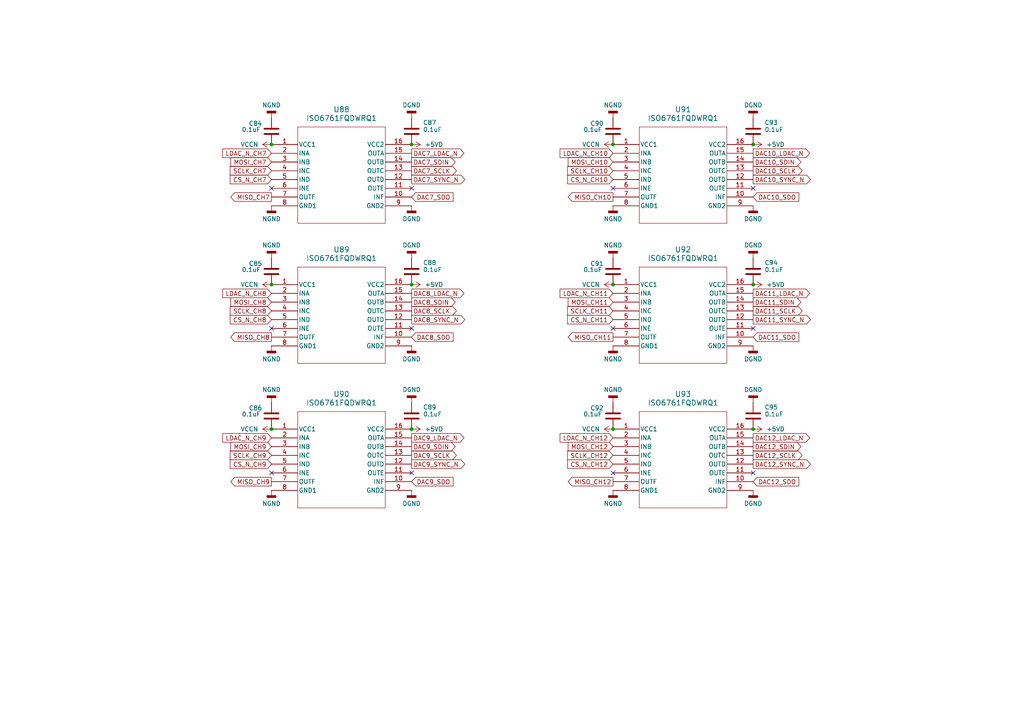
<source format=kicad_sch>
(kicad_sch (version 20250114) (generator "eeschema") (generator_version "9.0")
  (paper "A4")
  (lib_symbols
    (symbol "Device:C" (pin_numbers (hide yes)) (pin_names (offset 0.254))
      (property "Reference" "C" (at 0.635 2.54 0))
      (property "Value" "C" (at 0.635 -2.54 0))
      (symbol "C_0_1"
        (polyline (pts (xy -2.032 0.762) (xy 2.032 0.762)) (stroke (width 0.508)))
        (polyline (pts (xy -2.032 -0.762) (xy 2.032 -0.762)) (stroke (width 0.508)))
      )
      (symbol "C_1_1"
        (pin passive line (at 0 3.81 270) (length 2.794) (name "~") (number "1"))
        (pin passive line (at 0 -3.81 90) (length 2.794) (name "~") (number "2"))
      )
    )
    (symbol "ISO6761FQDWRQ1_2" (pin_names (offset 0.254))
      (property "Reference" "U83" (at 20.32 10.16 0))
      (property "Value" "ISO6761FQDWRQ1" (at 20.32 7.62 0))
      (symbol "ISO6761FQDWRQ1_2_0_1"
        (polyline (pts (xy 7.62 5.08) (xy 7.62 -22.86)) (stroke (width 0.127)))
        (polyline (pts (xy 7.62 -22.86) (xy 33.02 -22.86)) (stroke (width 0.127)))
        (polyline (pts (xy 33.02 5.08) (xy 7.62 5.08)) (stroke (width 0.127)))
        (polyline (pts (xy 33.02 -22.86) (xy 33.02 5.08)) (stroke (width 0.127)))
        (pin power_in line (at 0 0 0) (length 7.62) (name "VCC1") (number "1"))
        (pin input line (at 0 -2.54 0) (length 7.62) (name "INA") (number "2"))
        (pin input line (at 0 -5.08 0) (length 7.62) (name "INB") (number "3"))
        (pin input line (at 0 -7.62 0) (length 7.62) (name "INC") (number "4"))
        (pin input line (at 0 -10.16 0) (length 7.62) (name "IND") (number "5"))
        (pin output line (at 0 -15.24 0) (length 7.62) (name "OUTF") (number "7"))
        (pin passive line (at 0 -17.78 0) (length 7.62) (name "GND1") (number "8"))
        (pin power_in line (at 40.64 0 180) (length 7.62) (name "VCC2") (number "16"))
        (pin output line (at 40.64 -2.54 180) (length 7.62) (name "OUTA") (number "15"))
        (pin output line (at 40.64 -5.08 180) (length 7.62) (name "OUTB") (number "14"))
        (pin output line (at 40.64 -7.62 180) (length 7.62) (name "OUTC") (number "13"))
        (pin output line (at 40.64 -10.16 180) (length 7.62) (name "OUTD") (number "12"))
        (pin input line (at 40.64 -15.24 180) (length 7.62) (name "INF") (number "10"))
        (pin passive line (at 40.64 -17.78 180) (length 7.62) (name "GND2") (number "9"))
      )
      (symbol "ISO6761FQDWRQ1_2_1_1"
        (pin input line (at 0 -12.7 0) (length 7.62) (name "INE") (number "6"))
        (pin output line (at 40.64 -12.7 180) (length 7.62) (name "OUTE") (number "11"))
      )
    )
    (symbol "power:+3V3" (power) (pin_numbers (hide yes)) (pin_names (offset 0) (hide yes))
      (property "Value" "+3V3" (at 0 3.556 0))
      (symbol "+3V3_0_1"
        (polyline (pts (xy -0.762 1.27) (xy 0 2.54)))
        (polyline (pts (xy 0 2.54) (xy 0.762 1.27)))
        (polyline (pts (xy 0 0) (xy 0 2.54)))
      )
      (symbol "+3V3_1_1"
        (pin power_in line (at 0 0 90) (length 0) (name "~") (number "1"))
      )
    )
    (symbol "power:GNDD" (power) (pin_numbers (hide yes)) (pin_names (offset 0) (hide yes))
      (property "Value" "GNDD" (at 0 -3.175 0))
      (symbol "GNDD_0_1"
        (rectangle (start -1.27 -1.524) (end 1.27 -2.032) (stroke (width 0.254)) (fill (type outline)))
        (polyline (pts (xy 0 0) (xy 0 -1.524)))
      )
      (symbol "GNDD_1_1"
        (pin power_in line (at 0 0 270) (length 0) (name "~") (number "1"))
      )
    )
  )
  (junction (at 218.44 41.91))
  (junction (at 119.38 41.91))
  (junction (at 78.74 124.46))
  (junction (at 119.38 124.46))
  (junction (at 177.8 124.46))
  (junction (at 177.8 82.55))
  (junction (at 78.74 41.91))
  (junction (at 119.38 82.55))
  (junction (at 177.8 41.91))
  (junction (at 218.44 82.55))
  (junction (at 78.74 82.55))
  (junction (at 218.44 124.46))
  (no_connect (at 119.38 95.25))
  (no_connect (at 218.44 54.61))
  (no_connect (at 78.74 54.61))
  (no_connect (at 218.44 137.16))
  (no_connect (at 177.8 54.61))
  (no_connect (at 78.74 137.16))
  (no_connect (at 119.38 137.16))
  (no_connect (at 218.44 95.25))
  (no_connect (at 78.74 95.25))
  (no_connect (at 177.8 95.25))
  (no_connect (at 119.38 54.61))
  (no_connect (at 177.8 137.16))
  (global_label "DAC12_SYNC_N" (shape output) (at 218.44 134.62 0) (property "Intersheetrefs" "${INTERSHEET_REFS}" (effects (hide yes))))
  (global_label "LDAC_N_CH11" (shape input) (at 177.8 85.09 180) (property "Intersheetrefs" "${INTERSHEET_REFS}" (effects (hide yes))))
  (global_label "DAC7_SCLK" (shape output) (at 119.38 49.53 0) (property "Intersheetrefs" "${INTERSHEET_REFS}" (effects (hide yes))))
  (global_label "MISO_CH12" (shape output) (at 177.8 139.7 180) (property "Intersheetrefs" "${INTERSHEET_REFS}" (effects (hide yes))))
  (global_label "DAC8_SDIN" (shape output) (at 119.38 87.63 0) (property "Intersheetrefs" "${INTERSHEET_REFS}" (effects (hide yes))))
  (global_label "DAC12_SCLK" (shape output) (at 218.44 132.08 0) (property "Intersheetrefs" "${INTERSHEET_REFS}" (effects (hide yes))))
  (global_label "DAC8_LDAC_N" (shape output) (at 119.38 85.09 0) (property "Intersheetrefs" "${INTERSHEET_REFS}" (effects (hide yes))))
  (global_label "DAC12_SDIN" (shape output) (at 218.44 129.54 0) (property "Intersheetrefs" "${INTERSHEET_REFS}" (effects (hide yes))))
  (global_label "CS_N_CH12" (shape input) (at 177.8 134.62 180) (property "Intersheetrefs" "${INTERSHEET_REFS}" (effects (hide yes))))
  (global_label "DAC9_SDO" (shape input) (at 119.38 139.7 0) (property "Intersheetrefs" "${INTERSHEET_REFS}" (effects (hide yes))))
  (global_label "MOSI_CH9" (shape input) (at 78.74 129.54 180) (property "Intersheetrefs" "${INTERSHEET_REFS}" (effects (hide yes))))
  (global_label "SCLK_CH9" (shape input) (at 78.74 132.08 180) (property "Intersheetrefs" "${INTERSHEET_REFS}" (effects (hide yes))))
  (global_label "DAC11_SCLK" (shape output) (at 218.44 90.17 0) (property "Intersheetrefs" "${INTERSHEET_REFS}" (effects (hide yes))))
  (global_label "MOSI_CH12" (shape input) (at 177.8 129.54 180) (property "Intersheetrefs" "${INTERSHEET_REFS}" (effects (hide yes))))
  (global_label "MOSI_CH11" (shape input) (at 177.8 87.63 180) (property "Intersheetrefs" "${INTERSHEET_REFS}" (effects (hide yes))))
  (global_label "SCLK_CH10" (shape input) (at 177.8 49.53 180) (property "Intersheetrefs" "${INTERSHEET_REFS}" (effects (hide yes))))
  (global_label "DAC10_SCLK" (shape output) (at 218.44 49.53 0) (property "Intersheetrefs" "${INTERSHEET_REFS}" (effects (hide yes))))
  (global_label "MOSI_CH7" (shape input) (at 78.74 46.99 180) (property "Intersheetrefs" "${INTERSHEET_REFS}" (effects (hide yes))))
  (global_label "LDAC_N_CH7" (shape input) (at 78.74 44.45 180) (property "Intersheetrefs" "${INTERSHEET_REFS}" (effects (hide yes))))
  (global_label "SCLK_CH12" (shape input) (at 177.8 132.08 180) (property "Intersheetrefs" "${INTERSHEET_REFS}" (effects (hide yes))))
  (global_label "SCLK_CH8" (shape input) (at 78.74 90.17 180) (property "Intersheetrefs" "${INTERSHEET_REFS}" (effects (hide yes))))
  (global_label "LDAC_N_CH8" (shape input) (at 78.74 85.09 180) (property "Intersheetrefs" "${INTERSHEET_REFS}" (effects (hide yes))))
  (global_label "DAC11_LDAC_N" (shape output) (at 218.44 85.09 0) (property "Intersheetrefs" "${INTERSHEET_REFS}" (effects (hide yes))))
  (global_label "DAC12_LDAC_N" (shape output) (at 218.44 127 0) (property "Intersheetrefs" "${INTERSHEET_REFS}" (effects (hide yes))))
  (global_label "DAC10_SDIN" (shape output) (at 218.44 46.99 0) (property "Intersheetrefs" "${INTERSHEET_REFS}" (effects (hide yes))))
  (global_label "CS_N_CH11" (shape input) (at 177.8 92.71 180) (property "Intersheetrefs" "${INTERSHEET_REFS}" (effects (hide yes))))
  (global_label "CS_N_CH10" (shape input) (at 177.8 52.07 180) (property "Intersheetrefs" "${INTERSHEET_REFS}" (effects (hide yes))))
  (global_label "CS_N_CH8" (shape input) (at 78.74 92.71 180) (property "Intersheetrefs" "${INTERSHEET_REFS}" (effects (hide yes))))
  (global_label "DAC7_SYNC_N" (shape output) (at 119.38 52.07 0) (property "Intersheetrefs" "${INTERSHEET_REFS}" (effects (hide yes))))
  (global_label "MISO_CH9" (shape output) (at 78.74 139.7 180) (property "Intersheetrefs" "${INTERSHEET_REFS}" (effects (hide yes))))
  (global_label "DAC8_SDO" (shape input) (at 119.38 97.79 0) (property "Intersheetrefs" "${INTERSHEET_REFS}" (effects (hide yes))))
  (global_label "DAC9_SCLK" (shape output) (at 119.38 132.08 0) (property "Intersheetrefs" "${INTERSHEET_REFS}" (effects (hide yes))))
  (global_label "DAC7_SDIN" (shape output) (at 119.38 46.99 0) (property "Intersheetrefs" "${INTERSHEET_REFS}" (effects (hide yes))))
  (global_label "DAC8_SCLK" (shape output) (at 119.38 90.17 0) (property "Intersheetrefs" "${INTERSHEET_REFS}" (effects (hide yes))))
  (global_label "SCLK_CH7" (shape input) (at 78.74 49.53 180) (property "Intersheetrefs" "${INTERSHEET_REFS}" (effects (hide yes))))
  (global_label "DAC11_SDIN" (shape output) (at 218.44 87.63 0) (property "Intersheetrefs" "${INTERSHEET_REFS}" (effects (hide yes))))
  (global_label "DAC9_SYNC_N" (shape output) (at 119.38 134.62 0) (property "Intersheetrefs" "${INTERSHEET_REFS}" (effects (hide yes))))
  (global_label "MOSI_CH10" (shape input) (at 177.8 46.99 180) (property "Intersheetrefs" "${INTERSHEET_REFS}" (effects (hide yes))))
  (global_label "MISO_CH11" (shape output) (at 177.8 97.79 180) (property "Intersheetrefs" "${INTERSHEET_REFS}" (effects (hide yes))))
  (global_label "DAC12_SDO" (shape input) (at 218.44 139.7 0) (property "Intersheetrefs" "${INTERSHEET_REFS}" (effects (hide yes))))
  (global_label "MISO_CH7" (shape output) (at 78.74 57.15 180) (property "Intersheetrefs" "${INTERSHEET_REFS}" (effects (hide yes))))
  (global_label "DAC10_SDO" (shape input) (at 218.44 57.15 0) (property "Intersheetrefs" "${INTERSHEET_REFS}" (effects (hide yes))))
  (global_label "DAC7_SDO" (shape input) (at 119.38 57.15 0) (property "Intersheetrefs" "${INTERSHEET_REFS}" (effects (hide yes))))
  (global_label "DAC10_SYNC_N" (shape output) (at 218.44 52.07 0) (property "Intersheetrefs" "${INTERSHEET_REFS}" (effects (hide yes))))
  (global_label "CS_N_CH7" (shape input) (at 78.74 52.07 180) (property "Intersheetrefs" "${INTERSHEET_REFS}" (effects (hide yes))))
  (global_label "MISO_CH10" (shape output) (at 177.8 57.15 180) (property "Intersheetrefs" "${INTERSHEET_REFS}" (effects (hide yes))))
  (global_label "LDAC_N_CH10" (shape input) (at 177.8 44.45 180) (property "Intersheetrefs" "${INTERSHEET_REFS}" (effects (hide yes))))
  (global_label "DAC9_SDIN" (shape output) (at 119.38 129.54 0) (property "Intersheetrefs" "${INTERSHEET_REFS}" (effects (hide yes))))
  (global_label "SCLK_CH11" (shape input) (at 177.8 90.17 180) (property "Intersheetrefs" "${INTERSHEET_REFS}" (effects (hide yes))))
  (global_label "MOSI_CH8" (shape input) (at 78.74 87.63 180) (property "Intersheetrefs" "${INTERSHEET_REFS}" (effects (hide yes))))
  (global_label "LDAC_N_CH9" (shape input) (at 78.74 127 180) (property "Intersheetrefs" "${INTERSHEET_REFS}" (effects (hide yes))))
  (global_label "DAC10_LDAC_N" (shape output) (at 218.44 44.45 0) (property "Intersheetrefs" "${INTERSHEET_REFS}" (effects (hide yes))))
  (global_label "DAC7_LDAC_N" (shape output) (at 119.38 44.45 0) (property "Intersheetrefs" "${INTERSHEET_REFS}" (effects (hide yes))))
  (global_label "DAC11_SYNC_N" (shape output) (at 218.44 92.71 0) (property "Intersheetrefs" "${INTERSHEET_REFS}" (effects (hide yes))))
  (global_label "MISO_CH8" (shape output) (at 78.74 97.79 180) (property "Intersheetrefs" "${INTERSHEET_REFS}" (effects (hide yes))))
  (global_label "DAC9_LDAC_N" (shape output) (at 119.38 127 0) (property "Intersheetrefs" "${INTERSHEET_REFS}" (effects (hide yes))))
  (global_label "DAC8_SYNC_N" (shape output) (at 119.38 92.71 0) (property "Intersheetrefs" "${INTERSHEET_REFS}" (effects (hide yes))))
  (global_label "DAC11_SDO" (shape input) (at 218.44 97.79 0) (property "Intersheetrefs" "${INTERSHEET_REFS}" (effects (hide yes))))
  (global_label "LDAC_N_CH12" (shape input) (at 177.8 127 180) (property "Intersheetrefs" "${INTERSHEET_REFS}" (effects (hide yes))))
  (global_label "CS_N_CH9" (shape input) (at 78.74 134.62 180) (property "Intersheetrefs" "${INTERSHEET_REFS}" (effects (hide yes))))
  (symbol (lib_id "power:GNDD") (at 119.38 59.69 0) (unit 1)
    (property "Reference" "#PWR0345" (effects (hide yes)))
    (property "Value" "DGND" (at 119.38 63.5 0))
    (property "Description" "Power symbol creates a global label with name \"GNDD\" , digital ground" (effects (hide yes)))
  )
  (symbol (lib_name "ISO6761FQDWRQ1_2") (lib_id "2025-11-20_00-47-15:ISO6761FQDWRQ1") (at 78.74 41.91 0) (unit 1)
    (property "Reference" "U88" (at 99.06 31.75 0) (effects (font (size 1.524 1.524))))
    (property "Value" "ISO6761FQDWRQ1" (at 99.06 34.29 0) (effects (font (size 1.524 1.524))))
    (property "Footprint" "Package_SO:SOIC-16W_7.5x10.3mm_P1.27mm" (effects (hide yes)))
    (property "Datasheet" "https://www.ti.com/lit/gpn/iso6761-q1" (effects (hide yes)))
  )
  (symbol (lib_id "power:GNDD") (at 177.8 116.84 0) (mirror x) (unit 1)
    (property "Reference" "#PWR0358" (effects (hide yes)))
    (property "Value" "NGND" (at 177.8 113.03 0))
    (property "Description" "Power symbol creates a global label with name \"GNDD\" , digital ground" (effects (hide yes)))
  )
  (symbol (lib_id "power:+3V3") (at 218.44 124.46 270) (unit 1)
    (property "Reference" "#PWR0368" (effects (hide yes)))
    (property "Value" "+5VD" (at 222.25 124.4601 90) (effects (justify left)))
    (property "Description" "Power symbol creates a global label with name \"+3V3\"" (effects (hide yes)))
  )
  (symbol (lib_id "power:GNDD") (at 119.38 74.93 0) (mirror x) (unit 1)
    (property "Reference" "#PWR0346" (effects (hide yes)))
    (property "Value" "DGND" (at 119.38 71.12 0))
    (property "Description" "Power symbol creates a global label with name \"GNDD\" , digital ground" (effects (hide yes)))
  )
  (symbol (lib_id "power:GNDD") (at 119.38 34.29 0) (mirror x) (unit 1)
    (property "Reference" "#PWR0343" (effects (hide yes)))
    (property "Value" "DGND" (at 119.38 30.48 0))
    (property "Description" "Power symbol creates a global label with name \"GNDD\" , digital ground" (effects (hide yes)))
  )
  (symbol (lib_id "Device:C") (at 78.74 38.1 0) (unit 1)
    (property "Reference" "C84" (at 72.136 35.814 0) (effects (justify left)))
    (property "Value" "0.1uF" (at 70.104 37.592 0) (effects (justify left)))
    (property "Footprint" "Capacitor_SMD:C_0402_1005Metric_Pad0.74x0.62mm_HandSolder" (effects (hide yes)))
    (property "Description" "Unpolarized capacitor" (effects (hide yes)))
  )
  (symbol (lib_id "power:GNDD") (at 78.74 74.93 0) (mirror x) (unit 1)
    (property "Reference" "#PWR0337" (effects (hide yes)))
    (property "Value" "NGND" (at 78.74 71.12 0))
    (property "Description" "Power symbol creates a global label with name \"GNDD\" , digital ground" (effects (hide yes)))
  )
  (symbol (lib_id "Device:C") (at 177.8 120.65 0) (unit 1)
    (property "Reference" "C92" (at 171.196 118.364 0) (effects (justify left)))
    (property "Value" "0.1uF" (at 169.164 120.142 0) (effects (justify left)))
    (property "Footprint" "Capacitor_SMD:C_0402_1005Metric_Pad0.74x0.62mm_HandSolder" (effects (hide yes)))
    (property "Description" "Unpolarized capacitor" (effects (hide yes)))
  )
  (symbol (lib_id "power:+3V3") (at 218.44 41.91 270) (unit 1)
    (property "Reference" "#PWR0362" (effects (hide yes)))
    (property "Value" "+5VD" (at 222.25 41.9101 90) (effects (justify left)))
    (property "Description" "Power symbol creates a global label with name \"+3V3\"" (effects (hide yes)))
  )
  (symbol (lib_id "Device:C") (at 177.8 38.1 0) (unit 1)
    (property "Reference" "C90" (at 171.196 35.814 0) (effects (justify left)))
    (property "Value" "0.1uF" (at 169.164 37.592 0) (effects (justify left)))
    (property "Footprint" "Capacitor_SMD:C_0402_1005Metric_Pad0.74x0.62mm_HandSolder" (effects (hide yes)))
    (property "Description" "Unpolarized capacitor" (effects (hide yes)))
  )
  (symbol (lib_id "power:GNDD") (at 177.8 142.24 0) (unit 1)
    (property "Reference" "#PWR0360" (effects (hide yes)))
    (property "Value" "NGND" (at 177.8 146.05 0))
    (property "Description" "Power symbol creates a global label with name \"GNDD\" , digital ground" (effects (hide yes)))
  )
  (symbol (lib_id "power:+3V3") (at 177.8 124.46 90) (unit 1)
    (property "Reference" "#PWR0359" (effects (hide yes)))
    (property "Value" "VCCN" (at 173.99 124.4599 90) (effects (justify left)))
    (property "Description" "Power symbol creates a global label with name \"+3V3\"" (effects (hide yes)))
  )
  (symbol (lib_id "power:GNDD") (at 218.44 59.69 0) (unit 1)
    (property "Reference" "#PWR0363" (effects (hide yes)))
    (property "Value" "DGND" (at 218.44 63.5 0))
    (property "Description" "Power symbol creates a global label with name \"GNDD\" , digital ground" (effects (hide yes)))
  )
  (symbol (lib_id "power:GNDD") (at 177.8 74.93 0) (mirror x) (unit 1)
    (property "Reference" "#PWR0355" (effects (hide yes)))
    (property "Value" "NGND" (at 177.8 71.12 0))
    (property "Description" "Power symbol creates a global label with name \"GNDD\" , digital ground" (effects (hide yes)))
  )
  (symbol (lib_id "power:+3V3") (at 177.8 41.91 90) (unit 1)
    (property "Reference" "#PWR0353" (effects (hide yes)))
    (property "Value" "VCCN" (at 173.99 41.9099 90) (effects (justify left)))
    (property "Description" "Power symbol creates a global label with name \"+3V3\"" (effects (hide yes)))
  )
  (symbol (lib_id "Device:C") (at 78.74 78.74 0) (unit 1)
    (property "Reference" "C85" (at 72.136 76.454 0) (effects (justify left)))
    (property "Value" "0.1uF" (at 70.104 78.232 0) (effects (justify left)))
    (property "Footprint" "Capacitor_SMD:C_0402_1005Metric_Pad0.74x0.62mm_HandSolder" (effects (hide yes)))
    (property "Description" "Unpolarized capacitor" (effects (hide yes)))
  )
  (symbol (lib_id "power:+3V3") (at 119.38 41.91 270) (unit 1)
    (property "Reference" "#PWR0344" (effects (hide yes)))
    (property "Value" "+5VD" (at 123.19 41.9101 90) (effects (justify left)))
    (property "Description" "Power symbol creates a global label with name \"+3V3\"" (effects (hide yes)))
  )
  (symbol (lib_name "ISO6761FQDWRQ1_2") (lib_id "2025-11-20_00-47-15:ISO6761FQDWRQ1") (at 177.8 124.46 0) (unit 1)
    (property "Reference" "U93" (at 198.12 114.3 0) (effects (font (size 1.524 1.524))))
    (property "Value" "ISO6761FQDWRQ1" (at 198.12 116.84 0) (effects (font (size 1.524 1.524))))
    (property "Footprint" "Package_SO:SOIC-16W_7.5x10.3mm_P1.27mm" (effects (hide yes)))
    (property "Datasheet" "https://www.ti.com/lit/gpn/iso6761-q1" (effects (hide yes)))
  )
  (symbol (lib_name "ISO6761FQDWRQ1_2") (lib_id "2025-11-20_00-47-15:ISO6761FQDWRQ1") (at 177.8 41.91 0) (unit 1)
    (property "Reference" "U91" (at 198.12 31.75 0) (effects (font (size 1.524 1.524))))
    (property "Value" "ISO6761FQDWRQ1" (at 198.12 34.29 0) (effects (font (size 1.524 1.524))))
    (property "Footprint" "Package_SO:SOIC-16W_7.5x10.3mm_P1.27mm" (effects (hide yes)))
    (property "Datasheet" "https://www.ti.com/lit/gpn/iso6761-q1" (effects (hide yes)))
  )
  (symbol (lib_id "Device:C") (at 119.38 38.1 0) (unit 1)
    (property "Reference" "C87" (at 122.682 35.56 0) (effects (justify left)))
    (property "Value" "0.1uF" (at 122.682 37.592 0) (effects (justify left)))
    (property "Footprint" "Capacitor_SMD:C_0402_1005Metric_Pad0.74x0.62mm_HandSolder" (effects (hide yes)))
    (property "Description" "Unpolarized capacitor" (effects (hide yes)))
  )
  (symbol (lib_id "Device:C") (at 119.38 120.65 0) (unit 1)
    (property "Reference" "C89" (at 122.682 118.11 0) (effects (justify left)))
    (property "Value" "0.1uF" (at 122.682 120.142 0) (effects (justify left)))
    (property "Footprint" "Capacitor_SMD:C_0402_1005Metric_Pad0.74x0.62mm_HandSolder" (effects (hide yes)))
    (property "Description" "Unpolarized capacitor" (effects (hide yes)))
  )
  (symbol (lib_id "power:GNDD") (at 119.38 142.24 0) (unit 1)
    (property "Reference" "#PWR0351" (effects (hide yes)))
    (property "Value" "DGND" (at 119.38 146.05 0))
    (property "Description" "Power symbol creates a global label with name \"GNDD\" , digital ground" (effects (hide yes)))
  )
  (symbol (lib_id "power:GNDD") (at 78.74 100.33 0) (unit 1)
    (property "Reference" "#PWR0339" (effects (hide yes)))
    (property "Value" "NGND" (at 78.74 104.14 0))
    (property "Description" "Power symbol creates a global label with name \"GNDD\" , digital ground" (effects (hide yes)))
  )
  (symbol (lib_id "Device:C") (at 119.38 78.74 0) (unit 1)
    (property "Reference" "C88" (at 122.682 76.2 0) (effects (justify left)))
    (property "Value" "0.1uF" (at 122.682 78.232 0) (effects (justify left)))
    (property "Footprint" "Capacitor_SMD:C_0402_1005Metric_Pad0.74x0.62mm_HandSolder" (effects (hide yes)))
    (property "Description" "Unpolarized capacitor" (effects (hide yes)))
  )
  (symbol (lib_id "power:+3V3") (at 78.74 82.55 90) (unit 1)
    (property "Reference" "#PWR0338" (effects (hide yes)))
    (property "Value" "VCCN" (at 74.93 82.5499 90) (effects (justify left)))
    (property "Description" "Power symbol creates a global label with name \"+3V3\"" (effects (hide yes)))
  )
  (symbol (lib_id "power:+3V3") (at 78.74 41.91 90) (unit 1)
    (property "Reference" "#PWR0335" (effects (hide yes)))
    (property "Value" "VCCN" (at 74.93 41.9099 90) (effects (justify left)))
    (property "Description" "Power symbol creates a global label with name \"+3V3\"" (effects (hide yes)))
  )
  (symbol (lib_id "Device:C") (at 218.44 120.65 0) (unit 1)
    (property "Reference" "C95" (at 221.742 118.11 0) (effects (justify left)))
    (property "Value" "0.1uF" (at 221.742 120.142 0) (effects (justify left)))
    (property "Footprint" "Capacitor_SMD:C_0402_1005Metric_Pad0.74x0.62mm_HandSolder" (effects (hide yes)))
    (property "Description" "Unpolarized capacitor" (effects (hide yes)))
  )
  (symbol (lib_id "power:GNDD") (at 218.44 116.84 0) (mirror x) (unit 1)
    (property "Reference" "#PWR0367" (effects (hide yes)))
    (property "Value" "DGND" (at 218.44 113.03 0))
    (property "Description" "Power symbol creates a global label with name \"GNDD\" , digital ground" (effects (hide yes)))
  )
  (symbol (lib_id "power:GNDD") (at 218.44 142.24 0) (unit 1)
    (property "Reference" "#PWR0369" (effects (hide yes)))
    (property "Value" "DGND" (at 218.44 146.05 0))
    (property "Description" "Power symbol creates a global label with name \"GNDD\" , digital ground" (effects (hide yes)))
  )
  (symbol (lib_id "Device:C") (at 218.44 78.74 0) (unit 1)
    (property "Reference" "C94" (at 221.742 76.2 0) (effects (justify left)))
    (property "Value" "0.1uF" (at 221.742 78.232 0) (effects (justify left)))
    (property "Footprint" "Capacitor_SMD:C_0402_1005Metric_Pad0.74x0.62mm_HandSolder" (effects (hide yes)))
    (property "Description" "Unpolarized capacitor" (effects (hide yes)))
  )
  (symbol (lib_id "Device:C") (at 78.74 120.65 0) (unit 1)
    (property "Reference" "C86" (at 72.136 118.364 0) (effects (justify left)))
    (property "Value" "0.1uF" (at 70.104 120.142 0) (effects (justify left)))
    (property "Footprint" "Capacitor_SMD:C_0402_1005Metric_Pad0.74x0.62mm_HandSolder" (effects (hide yes)))
    (property "Description" "Unpolarized capacitor" (effects (hide yes)))
  )
  (symbol (lib_name "ISO6761FQDWRQ1_2") (lib_id "2025-11-20_00-47-15:ISO6761FQDWRQ1") (at 78.74 82.55 0) (unit 1)
    (property "Reference" "U89" (at 99.06 72.39 0) (effects (font (size 1.524 1.524))))
    (property "Value" "ISO6761FQDWRQ1" (at 99.06 74.93 0) (effects (font (size 1.524 1.524))))
    (property "Footprint" "Package_SO:SOIC-16W_7.5x10.3mm_P1.27mm" (effects (hide yes)))
    (property "Datasheet" "https://www.ti.com/lit/gpn/iso6761-q1" (effects (hide yes)))
  )
  (symbol (lib_id "power:GNDD") (at 177.8 34.29 0) (mirror x) (unit 1)
    (property "Reference" "#PWR0352" (effects (hide yes)))
    (property "Value" "NGND" (at 177.8 30.48 0))
    (property "Description" "Power symbol creates a global label with name \"GNDD\" , digital ground" (effects (hide yes)))
  )
  (symbol (lib_id "power:GNDD") (at 78.74 34.29 0) (mirror x) (unit 1)
    (property "Reference" "#PWR0334" (effects (hide yes)))
    (property "Value" "NGND" (at 78.74 30.48 0))
    (property "Description" "Power symbol creates a global label with name \"GNDD\" , digital ground" (effects (hide yes)))
  )
  (symbol (lib_id "Device:C") (at 218.44 38.1 0) (unit 1)
    (property "Reference" "C93" (at 221.742 35.56 0) (effects (justify left)))
    (property "Value" "0.1uF" (at 221.742 37.592 0) (effects (justify left)))
    (property "Footprint" "Capacitor_SMD:C_0402_1005Metric_Pad0.74x0.62mm_HandSolder" (effects (hide yes)))
    (property "Description" "Unpolarized capacitor" (effects (hide yes)))
  )
  (symbol (lib_id "power:GNDD") (at 218.44 34.29 0) (mirror x) (unit 1)
    (property "Reference" "#PWR0361" (effects (hide yes)))
    (property "Value" "DGND" (at 218.44 30.48 0))
    (property "Description" "Power symbol creates a global label with name \"GNDD\" , digital ground" (effects (hide yes)))
  )
  (symbol (lib_id "power:+3V3") (at 119.38 82.55 270) (unit 1)
    (property "Reference" "#PWR0347" (effects (hide yes)))
    (property "Value" "+5VD" (at 123.19 82.5501 90) (effects (justify left)))
    (property "Description" "Power symbol creates a global label with name \"+3V3\"" (effects (hide yes)))
  )
  (symbol (lib_id "power:GNDD") (at 119.38 116.84 0) (mirror x) (unit 1)
    (property "Reference" "#PWR0349" (effects (hide yes)))
    (property "Value" "DGND" (at 119.38 113.03 0))
    (property "Description" "Power symbol creates a global label with name \"GNDD\" , digital ground" (effects (hide yes)))
  )
  (symbol (lib_name "ISO6761FQDWRQ1_2") (lib_id "2025-11-20_00-47-15:ISO6761FQDWRQ1") (at 78.74 124.46 0) (unit 1)
    (property "Reference" "U90" (at 99.06 114.3 0) (effects (font (size 1.524 1.524))))
    (property "Value" "ISO6761FQDWRQ1" (at 99.06 116.84 0) (effects (font (size 1.524 1.524))))
    (property "Footprint" "Package_SO:SOIC-16W_7.5x10.3mm_P1.27mm" (effects (hide yes)))
    (property "Datasheet" "https://www.ti.com/lit/gpn/iso6761-q1" (effects (hide yes)))
  )
  (symbol (lib_id "power:+3V3") (at 177.8 82.55 90) (unit 1)
    (property "Reference" "#PWR0356" (effects (hide yes)))
    (property "Value" "VCCN" (at 173.99 82.5499 90) (effects (justify left)))
    (property "Description" "Power symbol creates a global label with name \"+3V3\"" (effects (hide yes)))
  )
  (symbol (lib_id "power:+3V3") (at 119.38 124.46 270) (unit 1)
    (property "Reference" "#PWR0350" (effects (hide yes)))
    (property "Value" "+5VD" (at 123.19 124.4601 90) (effects (justify left)))
    (property "Description" "Power symbol creates a global label with name \"+3V3\"" (effects (hide yes)))
  )
  (symbol (lib_id "power:+3V3") (at 218.44 82.55 270) (unit 1)
    (property "Reference" "#PWR0365" (effects (hide yes)))
    (property "Value" "+5VD" (at 222.25 82.5501 90) (effects (justify left)))
    (property "Description" "Power symbol creates a global label with name \"+3V3\"" (effects (hide yes)))
  )
  (symbol (lib_id "power:GNDD") (at 78.74 116.84 0) (mirror x) (unit 1)
    (property "Reference" "#PWR0340" (effects (hide yes)))
    (property "Value" "NGND" (at 78.74 113.03 0))
    (property "Description" "Power symbol creates a global label with name \"GNDD\" , digital ground" (effects (hide yes)))
  )
  (symbol (lib_id "power:GNDD") (at 177.8 59.69 0) (unit 1)
    (property "Reference" "#PWR0354" (effects (hide yes)))
    (property "Value" "NGND" (at 177.8 63.5 0))
    (property "Description" "Power symbol creates a global label with name \"GNDD\" , digital ground" (effects (hide yes)))
  )
  (symbol (lib_id "power:GNDD") (at 119.38 100.33 0) (unit 1)
    (property "Reference" "#PWR0348" (effects (hide yes)))
    (property "Value" "DGND" (at 119.38 104.14 0))
    (property "Description" "Power symbol creates a global label with name \"GNDD\" , digital ground" (effects (hide yes)))
  )
  (symbol (lib_id "power:GNDD") (at 218.44 100.33 0) (unit 1)
    (property "Reference" "#PWR0366" (effects (hide yes)))
    (property "Value" "DGND" (at 218.44 104.14 0))
    (property "Description" "Power symbol creates a global label with name \"GNDD\" , digital ground" (effects (hide yes)))
  )
  (symbol (lib_id "power:GNDD") (at 177.8 100.33 0) (unit 1)
    (property "Reference" "#PWR0357" (effects (hide yes)))
    (property "Value" "NGND" (at 177.8 104.14 0))
    (property "Description" "Power symbol creates a global label with name \"GNDD\" , digital ground" (effects (hide yes)))
  )
  (symbol (lib_id "power:GNDD") (at 218.44 74.93 0) (mirror x) (unit 1)
    (property "Reference" "#PWR0364" (effects (hide yes)))
    (property "Value" "DGND" (at 218.44 71.12 0))
    (property "Description" "Power symbol creates a global label with name \"GNDD\" , digital ground" (effects (hide yes)))
  )
  (symbol (lib_id "power:GNDD") (at 78.74 59.69 0) (unit 1)
    (property "Reference" "#PWR0336" (effects (hide yes)))
    (property "Value" "NGND" (at 78.74 63.5 0))
    (property "Description" "Power symbol creates a global label with name \"GNDD\" , digital ground" (effects (hide yes)))
  )
  (symbol (lib_id "Device:C") (at 177.8 78.74 0) (unit 1)
    (property "Reference" "C91" (at 171.196 76.454 0) (effects (justify left)))
    (property "Value" "0.1uF" (at 169.164 78.232 0) (effects (justify left)))
    (property "Footprint" "Capacitor_SMD:C_0402_1005Metric_Pad0.74x0.62mm_HandSolder" (effects (hide yes)))
    (property "Description" "Unpolarized capacitor" (effects (hide yes)))
  )
  (symbol (lib_name "ISO6761FQDWRQ1_2") (lib_id "2025-11-20_00-47-15:ISO6761FQDWRQ1") (at 177.8 82.55 0) (unit 1)
    (property "Reference" "U92" (at 198.12 72.39 0) (effects (font (size 1.524 1.524))))
    (property "Value" "ISO6761FQDWRQ1" (at 198.12 74.93 0) (effects (font (size 1.524 1.524))))
    (property "Footprint" "Package_SO:SOIC-16W_7.5x10.3mm_P1.27mm" (effects (hide yes)))
    (property "Datasheet" "https://www.ti.com/lit/gpn/iso6761-q1" (effects (hide yes)))
  )
  (symbol (lib_id "power:GNDD") (at 78.74 142.24 0) (unit 1)
    (property "Reference" "#PWR0342" (effects (hide yes)))
    (property "Value" "NGND" (at 78.74 146.05 0))
    (property "Description" "Power symbol creates a global label with name \"GNDD\" , digital ground" (effects (hide yes)))
  )
  (symbol (lib_id "power:+3V3") (at 78.74 124.46 90) (unit 1)
    (property "Reference" "#PWR0341" (effects (hide yes)))
    (property "Value" "VCCN" (at 74.93 124.4599 90) (effects (justify left)))
    (property "Description" "Power symbol creates a global label with name \"+3V3\"" (effects (hide yes)))
  )
)
</source>
